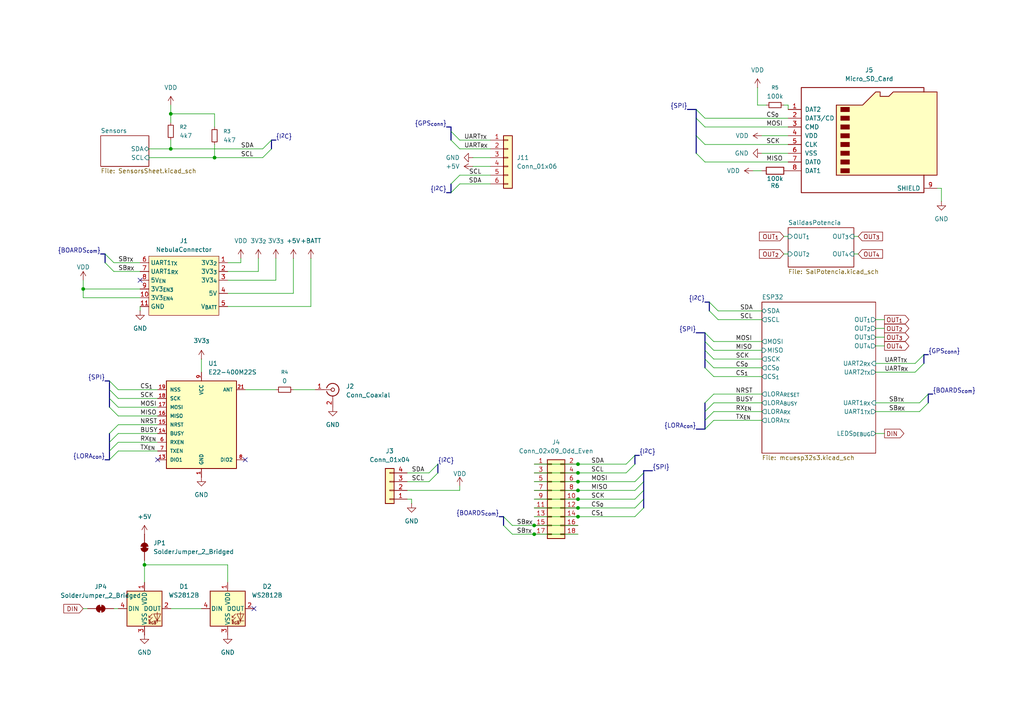
<source format=kicad_sch>
(kicad_sch (version 20250114) (generator "eeschema") (generator_version "9.0")
  (paper "A4")
  (lib_symbols
    (symbol "CompVuelo:E22-400M22S" (pin_names (offset 1.016))
      (property "Reference" "U" (at -10.16 13.97 0))
      (property "Value" "E22-400M22S" (at 1.778 -15.748 0))
      (symbol "E22-400M22S_0_0"
        (rectangle (start -10.16 -12.7) (end 10.16 12.7) (stroke (width 0.254)) (fill (type background)))
        (pin input line (at -12.7 10.16 0) (length 2.54) (name "NSS") (number "19"))
        (pin input line (at -12.7 7.62 0) (length 2.54) (name "SCK") (number "18"))
        (pin bidirectional line (at -12.7 5.08 0) (length 2.54) (name "MOSI") (number "17"))
        (pin bidirectional line (at -12.7 2.54 0) (length 2.54) (name "MISO") (number "16"))
        (pin bidirectional line (at -12.7 0 0) (length 2.54) (name "NRST") (number "15"))
        (pin bidirectional line (at -12.7 -2.54 0) (length 2.54) (name "BUSY") (number "14"))
        (pin input line (at -12.7 -5.08 0) (length 2.54) (name "RXEN") (number "6"))
        (pin bidirectional line (at -12.7 -7.62 0) (length 2.54) (name "TXEN") (number "7"))
        (pin bidirectional line (at -12.7 -10.16 0) (length 2.54) (name "DIO1") (number "13"))
        (pin power_in line (at 0 15.24 270) (length 2.54) (name "VCC") (number "9"))
        (pin power_in line (at 0 -15.24 90) (length 2.54) (name "GND") (number "1"))
        (pin output line (at 12.7 10.16 180) (length 2.54) (name "ANT") (number "21"))
        (pin bidirectional line (at 12.7 -10.16 180) (length 2.54) (name "DIO2") (number "8"))
      )
    )
    (symbol "CompVuelo:GeneralConn"
      (property "Reference" "J" (at -9.652 10.668 0))
      (property "Value" "NebulaConnector" (at -2.032 8.382 0))
      (symbol "GeneralConn_1_1"
        (rectangle (start -10.16 6.985) (end 10.16 -10.16) (fill (type background)))
        (pin bidirectional line (at -12.7 5.08 0) (length 2.54) (name "UART1_{TX}") (number "6"))
        (pin bidirectional line (at -12.7 2.54 0) (length 2.54) (name "UART1_{RX}") (number "7"))
        (pin bidirectional line (at -12.7 0 0) (length 2.54) (name "5V_{EN}") (number "8"))
        (pin bidirectional line (at -12.7 -2.54 0) (length 2.54) (name "3V3_{EN3}") (number "9"))
        (pin bidirectional line (at -12.7 -5.08 0) (length 2.54) (name "3V3_{EN4}") (number "10"))
        (pin passive line (at -12.7 -7.62 0) (length 2.54) (name "GND") (number "11"))
        (pin bidirectional line (at 12.7 5.08 180) (length 2.54) (name "3V3_{2}") (number "1"))
        (pin bidirectional line (at 12.7 2.54 180) (length 2.54) (name "3V3_{3}") (number "2"))
        (pin bidirectional line (at 12.7 0 180) (length 2.54) (name "3V3_{4}") (number "3"))
        (pin bidirectional line (at 12.7 -3.81 180) (length 2.54) (name "5V") (number "4"))
        (pin power_in line (at 12.7 -7.62 180) (length 2.54) (name "V_{BATT}") (number "5"))
      )
    )
    (symbol "Connector:Conn_Coaxial" (pin_names (offset 1.016) (hide yes))
      (property "Reference" "J" (at 0.254 3.048 0))
      (property "Value" "Conn_Coaxial" (at 2.921 0 90))
      (symbol "Conn_Coaxial_0_1"
        (polyline (pts (xy -2.54 0) (xy -0.508 0)))
        (arc (start 1.778 0) (mid 0.222 -1.8079) (end -1.778 -0.508) (stroke (width 0.254)))
        (arc (start -1.778 0.508) (mid 0.2221 1.8084) (end 1.778 0) (stroke (width 0.254)))
        (circle (center 0 0) (radius 0.508) (stroke (width 0.2032)))
        (polyline (pts (xy 0 -2.54) (xy 0 -1.778)))
      )
      (symbol "Conn_Coaxial_1_1"
        (pin passive line (at -5.08 0 0) (length 2.54) (name "In") (number "1"))
        (pin passive line (at 0 -5.08 90) (length 2.54) (name "Ext") (number "2"))
      )
    )
    (symbol "Connector:Micro_SD_Card" (pin_names (offset 1.016))
      (property "Reference" "J" (at -16.51 15.24 0))
      (property "Value" "Micro_SD_Card" (at 16.51 15.24 0))
      (symbol "Micro_SD_Card_0_1"
        (polyline (pts (xy -8.89 -11.43) (xy -8.89 8.89) (xy -1.27 8.89) (xy 2.54 12.7) (xy 3.81 12.7) (xy 3.81 11.43) (xy 6.35 11.43) (xy 7.62 12.7) (xy 20.32 12.7) (xy 20.32 -11.43) (xy -8.89 -11.43)) (stroke (width 0.254)) (fill (type background)))
        (rectangle (start -7.62 8.255) (end -5.08 6.985) (fill (type outline)))
        (rectangle (start -7.62 5.715) (end -5.08 4.445) (fill (type outline)))
        (rectangle (start -7.62 3.175) (end -5.08 1.905) (fill (type outline)))
        (rectangle (start -7.62 0.635) (end -5.08 -0.635) (fill (type outline)))
        (rectangle (start -7.62 -1.905) (end -5.08 -3.175) (fill (type outline)))
        (rectangle (start -7.62 -4.445) (end -5.08 -5.715) (fill (type outline)))
        (rectangle (start -7.62 -6.985) (end -5.08 -8.255) (fill (type outline)))
        (rectangle (start -7.62 -9.525) (end -5.08 -10.795) (fill (type outline)))
        (polyline (pts (xy 16.51 12.7) (xy 16.51 13.97) (xy -19.05 13.97) (xy -19.05 -16.51) (xy 16.51 -16.51) (xy 16.51 -11.43)) (stroke (width 0.254)))
      )
      (symbol "Micro_SD_Card_1_1"
        (pin bidirectional line (at -22.86 7.62 0) (length 3.81) (name "DAT2") (number "1"))
        (pin bidirectional line (at -22.86 5.08 0) (length 3.81) (name "DAT3/CD") (number "2"))
        (pin input line (at -22.86 2.54 0) (length 3.81) (name "CMD") (number "3"))
        (pin power_in line (at -22.86 0 0) (length 3.81) (name "VDD") (number "4"))
        (pin input line (at -22.86 -2.54 0) (length 3.81) (name "CLK") (number "5"))
        (pin power_in line (at -22.86 -5.08 0) (length 3.81) (name "VSS") (number "6"))
        (pin bidirectional line (at -22.86 -7.62 0) (length 3.81) (name "DAT0") (number "7"))
        (pin bidirectional line (at -22.86 -10.16 0) (length 3.81) (name "DAT1") (number "8"))
        (pin passive line (at 20.32 -15.24 180) (length 3.81) (name "SHIELD") (number "9"))
      )
    )
    (symbol "Connector_Generic:Conn_01x04" (pin_names (offset 1.016) (hide yes))
      (property "Reference" "J" (at 0 5.08 0))
      (property "Value" "Conn_01x04" (at 0 -7.62 0))
      (symbol "Conn_01x04_1_1"
        (rectangle (start -1.27 3.81) (end 1.27 -6.35) (stroke (width 0.254)) (fill (type background)))
        (rectangle (start -1.27 2.667) (end 0 2.413) (stroke (width 0.1524)))
        (rectangle (start -1.27 0.127) (end 0 -0.127) (stroke (width 0.1524)))
        (rectangle (start -1.27 -2.413) (end 0 -2.667) (stroke (width 0.1524)))
        (rectangle (start -1.27 -4.953) (end 0 -5.207) (stroke (width 0.1524)))
        (pin passive line (at -5.08 2.54 0) (length 3.81) (name "Pin_1") (number "1"))
        (pin passive line (at -5.08 0 0) (length 3.81) (name "Pin_2") (number "2"))
        (pin passive line (at -5.08 -2.54 0) (length 3.81) (name "Pin_3") (number "3"))
        (pin passive line (at -5.08 -5.08 0) (length 3.81) (name "Pin_4") (number "4"))
      )
    )
    (symbol "Connector_Generic:Conn_01x06" (pin_names (offset 1.016) (hide yes))
      (property "Reference" "J" (at 0 7.62 0))
      (property "Value" "Conn_01x06" (at 0 -10.16 0))
      (symbol "Conn_01x06_1_1"
        (rectangle (start -1.27 6.35) (end 1.27 -8.89) (stroke (width 0.254)) (fill (type background)))
        (rectangle (start -1.27 5.207) (end 0 4.953) (stroke (width 0.1524)))
        (rectangle (start -1.27 2.667) (end 0 2.413) (stroke (width 0.1524)))
        (rectangle (start -1.27 0.127) (end 0 -0.127) (stroke (width 0.1524)))
        (rectangle (start -1.27 -2.413) (end 0 -2.667) (stroke (width 0.1524)))
        (rectangle (start -1.27 -4.953) (end 0 -5.207) (stroke (width 0.1524)))
        (rectangle (start -1.27 -7.493) (end 0 -7.747) (stroke (width 0.1524)))
        (pin passive line (at -5.08 5.08 0) (length 3.81) (name "Pin_1") (number "1"))
        (pin passive line (at -5.08 2.54 0) (length 3.81) (name "Pin_2") (number "2"))
        (pin passive line (at -5.08 0 0) (length 3.81) (name "Pin_3") (number "3"))
        (pin passive line (at -5.08 -2.54 0) (length 3.81) (name "Pin_4") (number "4"))
        (pin passive line (at -5.08 -5.08 0) (length 3.81) (name "Pin_5") (number "5"))
        (pin passive line (at -5.08 -7.62 0) (length 3.81) (name "Pin_6") (number "6"))
      )
    )
    (symbol "Connector_Generic:Conn_02x09_Odd_Even" (pin_names (offset 1.016) (hide yes))
      (property "Reference" "J" (at 1.27 12.7 0))
      (property "Value" "Conn_02x09_Odd_Even" (at 1.27 -12.7 0))
      (symbol "Conn_02x09_Odd_Even_1_1"
        (rectangle (start -1.27 11.43) (end 3.81 -11.43) (stroke (width 0.254)) (fill (type background)))
        (rectangle (start -1.27 10.287) (end 0 10.033) (stroke (width 0.1524)))
        (rectangle (start -1.27 7.747) (end 0 7.493) (stroke (width 0.1524)))
        (rectangle (start -1.27 5.207) (end 0 4.953) (stroke (width 0.1524)))
        (rectangle (start -1.27 2.667) (end 0 2.413) (stroke (width 0.1524)))
        (rectangle (start -1.27 0.127) (end 0 -0.127) (stroke (width 0.1524)))
        (rectangle (start -1.27 -2.413) (end 0 -2.667) (stroke (width 0.1524)))
        (rectangle (start -1.27 -4.953) (end 0 -5.207) (stroke (width 0.1524)))
        (rectangle (start -1.27 -7.493) (end 0 -7.747) (stroke (width 0.1524)))
        (rectangle (start -1.27 -10.033) (end 0 -10.287) (stroke (width 0.1524)))
        (rectangle (start 3.81 10.287) (end 2.54 10.033) (stroke (width 0.1524)))
        (rectangle (start 3.81 7.747) (end 2.54 7.493) (stroke (width 0.1524)))
        (rectangle (start 3.81 5.207) (end 2.54 4.953) (stroke (width 0.1524)))
        (rectangle (start 3.81 2.667) (end 2.54 2.413) (stroke (width 0.1524)))
        (rectangle (start 3.81 0.127) (end 2.54 -0.127) (stroke (width 0.1524)))
        (rectangle (start 3.81 -2.413) (end 2.54 -2.667) (stroke (width 0.1524)))
        (rectangle (start 3.81 -4.953) (end 2.54 -5.207) (stroke (width 0.1524)))
        (rectangle (start 3.81 -7.493) (end 2.54 -7.747) (stroke (width 0.1524)))
        (rectangle (start 3.81 -10.033) (end 2.54 -10.287) (stroke (width 0.1524)))
        (pin passive line (at -5.08 10.16 0) (length 3.81) (name "Pin_1") (number "1"))
        (pin passive line (at -5.08 7.62 0) (length 3.81) (name "Pin_3") (number "3"))
        (pin passive line (at -5.08 5.08 0) (length 3.81) (name "Pin_5") (number "5"))
        (pin passive line (at -5.08 2.54 0) (length 3.81) (name "Pin_7") (number "7"))
        (pin passive line (at -5.08 0 0) (length 3.81) (name "Pin_9") (number "9"))
        (pin passive line (at -5.08 -2.54 0) (length 3.81) (name "Pin_11") (number "11"))
        (pin passive line (at -5.08 -5.08 0) (length 3.81) (name "Pin_13") (number "13"))
        (pin passive line (at -5.08 -7.62 0) (length 3.81) (name "Pin_15") (number "15"))
        (pin passive line (at -5.08 -10.16 0) (length 3.81) (name "Pin_17") (number "17"))
        (pin passive line (at 7.62 10.16 180) (length 3.81) (name "Pin_2") (number "2"))
        (pin passive line (at 7.62 7.62 180) (length 3.81) (name "Pin_4") (number "4"))
        (pin passive line (at 7.62 5.08 180) (length 3.81) (name "Pin_6") (number "6"))
        (pin passive line (at 7.62 2.54 180) (length 3.81) (name "Pin_8") (number "8"))
        (pin passive line (at 7.62 0 180) (length 3.81) (name "Pin_10") (number "10"))
        (pin passive line (at 7.62 -2.54 180) (length 3.81) (name "Pin_12") (number "12"))
        (pin passive line (at 7.62 -5.08 180) (length 3.81) (name "Pin_14") (number "14"))
        (pin passive line (at 7.62 -7.62 180) (length 3.81) (name "Pin_16") (number "16"))
        (pin passive line (at 7.62 -10.16 180) (length 3.81) (name "Pin_18") (number "18"))
      )
    )
    (symbol "Device:R" (pin_numbers (hide yes)) (pin_names (offset 0))
      (property "Reference" "R" (at 2.032 0 90))
      (property "Value" "R" (at 0 0 90))
      (symbol "R_0_1"
        (rectangle (start -1.016 -2.54) (end 1.016 2.54) (stroke (width 0.254)))
      )
      (symbol "R_1_1"
        (pin passive line (at 0 3.81 270) (length 1.27) (name "~") (number "1"))
        (pin passive line (at 0 -3.81 90) (length 1.27) (name "~") (number "2"))
      )
    )
    (symbol "Device:R_Small" (pin_numbers (hide yes)) (pin_names (offset 0.254) (hide yes))
      (property "Reference" "R" (at 0 0 90))
      (property "Value" "R_Small" (at 1.778 0 90))
      (symbol "R_Small_0_1"
        (rectangle (start -0.762 1.778) (end 0.762 -1.778) (stroke (width 0.2032)))
      )
      (symbol "R_Small_1_1"
        (pin passive line (at 0 2.54 270) (length 0.762) (name "~") (number "1"))
        (pin passive line (at 0 -2.54 90) (length 0.762) (name "~") (number "2"))
      )
    )
    (symbol "Jumper:SolderJumper_2_Bridged" (pin_numbers (hide yes)) (pin_names (offset 0) (hide yes)) (in_bom no)
      (property "Reference" "JP" (at 0 2.032 0))
      (property "Value" "SolderJumper_2_Bridged" (at 0 -2.54 0))
      (symbol "SolderJumper_2_Bridged_0_1"
        (rectangle (start -0.508 0.508) (end 0.508 -0.508) (fill (type outline)))
        (polyline (pts (xy -0.254 1.016) (xy -0.254 -1.016)))
        (arc (start -0.254 -1.016) (mid -1.2656 0) (end -0.254 1.016))
        (arc (start -0.254 -1.016) (mid -1.2656 0) (end -0.254 1.016) (fill (type outline)))
        (arc (start 0.254 1.016) (mid 1.2656 0) (end 0.254 -1.016))
        (arc (start 0.254 1.016) (mid 1.2656 0) (end 0.254 -1.016) (fill (type outline)))
        (polyline (pts (xy 0.254 1.016) (xy 0.254 -1.016)))
      )
      (symbol "SolderJumper_2_Bridged_1_1"
        (pin passive line (at -3.81 0 0) (length 2.54) (name "A") (number "1"))
        (pin passive line (at 3.81 0 180) (length 2.54) (name "B") (number "2"))
      )
    )
    (symbol "LED:WS2812B" (pin_names (offset 0.254))
      (property "Reference" "D" (at 5.08 5.715 0))
      (property "Value" "WS2812B" (at 1.27 -5.715 0))
      (symbol "WS2812B_0_0"
        (text "RGB" (at 2.286 -4.191 0) (effects (font (size 0.762 0.762))))
      )
      (symbol "WS2812B_0_1"
        (polyline (pts (xy 1.27 -2.54) (xy 1.778 -2.54)))
        (polyline (pts (xy 1.27 -3.556) (xy 1.778 -3.556)))
        (polyline (pts (xy 2.286 -1.524) (xy 1.27 -2.54) (xy 1.27 -2.032)))
        (polyline (pts (xy 2.286 -2.54) (xy 1.27 -3.556) (xy 1.27 -3.048)))
        (polyline (pts (xy 3.683 -1.016) (xy 3.683 -3.556) (xy 3.683 -4.064)))
        (polyline (pts (xy 4.699 -1.524) (xy 2.667 -1.524) (xy 3.683 -3.556) (xy 4.699 -1.524)))
        (polyline (pts (xy 4.699 -3.556) (xy 2.667 -3.556)))
        (rectangle (start 5.08 5.08) (end -5.08 -5.08) (stroke (width 0.254)) (fill (type background)))
      )
      (symbol "WS2812B_1_1"
        (pin input line (at -7.62 0 0) (length 2.54) (name "DIN") (number "4"))
        (pin power_in line (at 0 7.62 270) (length 2.54) (name "VDD") (number "1"))
        (pin power_in line (at 0 -7.62 90) (length 2.54) (name "VSS") (number "3"))
        (pin output line (at 7.62 0 180) (length 2.54) (name "DOUT") (number "2"))
      )
    )
    (symbol "power:+3.3V" (power) (pin_numbers (hide yes)) (pin_names (offset 0) (hide yes))
      (property "Value" "+3.3V" (at 0 3.556 0))
      (symbol "+3.3V_0_1"
        (polyline (pts (xy -0.762 1.27) (xy 0 2.54)))
        (polyline (pts (xy 0 2.54) (xy 0.762 1.27)))
        (polyline (pts (xy 0 0) (xy 0 2.54)))
      )
      (symbol "+3.3V_1_1"
        (pin power_in line (at 0 0 90) (length 0) (name "~") (number "1"))
      )
    )
    (symbol "power:+5V" (power) (pin_numbers (hide yes)) (pin_names (offset 0) (hide yes))
      (property "Value" "+5V" (at 0 3.556 0))
      (symbol "+5V_0_1"
        (polyline (pts (xy -0.762 1.27) (xy 0 2.54)))
        (polyline (pts (xy 0 2.54) (xy 0.762 1.27)))
        (polyline (pts (xy 0 0) (xy 0 2.54)))
      )
      (symbol "+5V_1_1"
        (pin power_in line (at 0 0 90) (length 0) (name "~") (number "1"))
      )
    )
    (symbol "power:+BATT" (power) (pin_numbers (hide yes)) (pin_names (offset 0) (hide yes))
      (property "Value" "+BATT" (at 0 3.556 0))
      (symbol "+BATT_0_1"
        (polyline (pts (xy -0.762 1.27) (xy 0 2.54)))
        (polyline (pts (xy 0 2.54) (xy 0.762 1.27)))
        (polyline (pts (xy 0 0) (xy 0 2.54)))
      )
      (symbol "+BATT_1_1"
        (pin power_in line (at 0 0 90) (length 0) (name "~") (number "1"))
      )
    )
    (symbol "power:GND" (power) (pin_numbers (hide yes)) (pin_names (offset 0) (hide yes))
      (property "Value" "GND" (at 0 -3.81 0))
      (symbol "GND_0_1"
        (polyline (pts (xy 0 0) (xy 0 -1.27) (xy 1.27 -1.27) (xy 0 -2.54) (xy -1.27 -1.27) (xy 0 -1.27)))
      )
      (symbol "GND_1_1"
        (pin power_in line (at 0 0 270) (length 0) (name "~") (number "1"))
      )
    )
    (symbol "power:VDD" (power) (pin_numbers (hide yes)) (pin_names (offset 0) (hide yes))
      (property "Value" "VDD" (at 0 3.556 0))
      (symbol "VDD_0_1"
        (polyline (pts (xy -0.762 1.27) (xy 0 2.54)))
        (polyline (pts (xy 0 2.54) (xy 0.762 1.27)))
        (polyline (pts (xy 0 0) (xy 0 2.54)))
      )
      (symbol "VDD_1_1"
        (pin power_in line (at 0 0 90) (length 0) (name "~") (number "1"))
      )
    )
  )
  (bus_alias "BOARDS_{com}" (members "SB_{RX}" "SB_{TX}"))
  (bus_alias "GPS_{conn}" (members "UART_{RX}" "UART_{TX}"))
  (bus_alias "I^{2}C" (members "SDA" "SCL"))
  (bus_alias "LORA_{con}" (members "TX_{EN}" "RX_{EN}" "NRST" "BUSY"))
  (bus_alias "SPI" (members "MOSI" "MISO" "SCK" "CS_{0}" "CS_{1}"))
  (junction (at 167.64 144.78))
  (junction (at 167.64 149.86))
  (junction (at 167.64 139.7))
  (junction (at 167.64 142.24))
  (junction (at 49.53 43.18))
  (junction (at 167.64 134.62))
  (junction (at 24.13 83.82))
  (junction (at 62.23 45.72))
  (junction (at 167.64 137.16))
  (junction (at 49.53 33.02))
  (junction (at 167.64 147.32))
  (junction (at 154.94 154.94))
  (junction (at 154.94 152.4))
  (junction (at 41.91 163.83))
  (no_connect (at 71.12 133.35))
  (no_connect (at 73.66 176.53))
  (no_connect (at 45.72 133.35))
  (no_connect (at 40.64 81.28))
  (bus_entry (at 186.69 139.7) (size -2.54 2.54))
  (bus_entry (at 186.69 137.16) (size -2.54 2.54))
  (bus_entry (at 30.48 73.66) (size 2.54 2.54))
  (bus_entry (at 201.93 39.37) (size 2.54 2.54))
  (bus_entry (at 186.69 147.32) (size -2.54 2.54))
  (bus_entry (at 269.24 114.3) (size -2.54 2.54))
  (bus_entry (at 78.74 40.64) (size -2.54 2.54))
  (bus_entry (at 31.75 130.81) (size 2.54 -2.54))
  (bus_entry (at 31.75 115.57) (size 2.54 2.54))
  (bus_entry (at 204.47 124.46) (size 2.54 -2.54))
  (bus_entry (at 31.75 113.03) (size 2.54 2.54))
  (bus_entry (at 146.05 149.86) (size 2.54 2.54))
  (bus_entry (at 201.93 31.75) (size 2.54 2.54))
  (bus_entry (at 31.75 133.35) (size 2.54 -2.54))
  (bus_entry (at 267.97 102.87) (size -2.54 2.54))
  (bus_entry (at 146.05 152.4) (size 2.54 2.54))
  (bus_entry (at 184.15 134.62) (size -2.54 2.54))
  (bus_entry (at 204.47 119.38) (size 2.54 -2.54))
  (bus_entry (at 31.75 128.27) (size 2.54 -2.54))
  (bus_entry (at 184.15 132.08) (size -2.54 2.54))
  (bus_entry (at 30.48 76.2) (size 2.54 2.54))
  (bus_entry (at 204.47 99.06) (size 2.54 2.54))
  (bus_entry (at 186.69 142.24) (size -2.54 2.54))
  (bus_entry (at 31.75 110.49) (size 2.54 2.54))
  (bus_entry (at 204.47 96.52) (size 2.54 2.54))
  (bus_entry (at 267.97 105.41) (size -2.54 2.54))
  (bus_entry (at 204.47 104.14) (size 2.54 2.54))
  (bus_entry (at 205.74 90.17) (size 2.54 2.54))
  (bus_entry (at 204.47 101.6) (size 2.54 2.54))
  (bus_entry (at 130.81 40.64) (size 2.54 2.54))
  (bus_entry (at 130.81 38.1) (size 2.54 2.54))
  (bus_entry (at 204.47 121.92) (size 2.54 -2.54))
  (bus_entry (at 186.69 144.78) (size -2.54 2.54))
  (bus_entry (at 31.75 125.73) (size 2.54 -2.54))
  (bus_entry (at 205.74 87.63) (size 2.54 2.54))
  (bus_entry (at 130.81 55.88) (size 2.54 -2.54))
  (bus_entry (at 201.93 34.29) (size 2.54 2.54))
  (bus_entry (at 31.75 118.11) (size 2.54 2.54))
  (bus_entry (at 201.93 44.45) (size 2.54 2.54))
  (bus_entry (at 127 137.16) (size -2.54 2.54))
  (bus_entry (at 130.81 53.34) (size 2.54 -2.54))
  (bus_entry (at 204.47 106.68) (size 2.54 2.54))
  (bus_entry (at 204.47 116.84) (size 2.54 -2.54))
  (bus_entry (at 127 134.62) (size -2.54 2.54))
  (bus_entry (at 269.24 116.84) (size -2.54 2.54))
  (bus_entry (at 78.74 43.18) (size -2.54 2.54))
  (wire (pts (xy 62.23 45.72) (xy 76.2 45.72)))
  (wire (pts (xy 167.64 144.78) (xy 184.15 144.78)))
  (wire (pts (xy 133.35 43.18) (xy 142.24 43.18)))
  (wire (pts (xy 148.59 152.4) (xy 154.94 152.4)))
  (wire (pts (xy 34.29 123.19) (xy 45.72 123.19)))
  (wire (pts (xy 118.11 137.16) (xy 124.46 137.16)))
  (bus (pts (xy 269.24 114.3) (xy 270.51 114.3)))
  (bus (pts (xy 30.48 73.66) (xy 29.21 73.66)))
  (bus (pts (xy 78.74 40.64) (xy 78.74 43.18)))
  (wire (pts (xy 256.54 125.73) (xy 254 125.73)))
  (bus (pts (xy 205.74 87.63) (xy 205.74 90.17)))
  (wire (pts (xy 34.29 113.03) (xy 45.72 113.03)))
  (wire (pts (xy 154.94 142.24) (xy 167.64 142.24)))
  (wire (pts (xy 154.94 134.62) (xy 167.64 134.62)))
  (wire (pts (xy 218.44 49.53) (xy 220.98 49.53)))
  (wire (pts (xy 49.53 43.18) (xy 76.2 43.18)))
  (wire (pts (xy 49.53 30.48) (xy 49.53 33.02)))
  (wire (pts (xy 167.64 139.7) (xy 184.15 139.7)))
  (wire (pts (xy 49.53 33.02) (xy 49.53 35.56)))
  (wire (pts (xy 49.53 43.18) (xy 49.53 40.64)))
  (bus (pts (xy 186.69 137.16) (xy 186.69 139.7)))
  (wire (pts (xy 220.98 39.37) (xy 228.6 39.37)))
  (bus (pts (xy 130.81 36.83) (xy 130.81 38.1)))
  (wire (pts (xy 90.17 88.9) (xy 66.04 88.9)))
  (wire (pts (xy 69.85 74.93) (xy 69.85 76.2)))
  (bus (pts (xy 186.69 136.525) (xy 186.69 137.16)))
  (bus (pts (xy 204.47 101.6) (xy 204.47 104.14)))
  (wire (pts (xy 24.13 86.36) (xy 24.13 83.82)))
  (wire (pts (xy 69.85 76.2) (xy 66.04 76.2)))
  (wire (pts (xy 207.01 114.3) (xy 220.98 114.3)))
  (wire (pts (xy 66.04 163.83) (xy 41.91 163.83)))
  (bus (pts (xy 204.47 96.52) (xy 204.47 99.06)))
  (wire (pts (xy 207.01 99.06) (xy 220.98 99.06)))
  (wire (pts (xy 85.09 85.09) (xy 66.04 85.09)))
  (wire (pts (xy 256.54 92.71) (xy 254 92.71)))
  (wire (pts (xy 154.94 147.32) (xy 167.64 147.32)))
  (bus (pts (xy 146.05 149.86) (xy 146.05 152.4)))
  (wire (pts (xy 34.29 130.81) (xy 45.72 130.81)))
  (wire (pts (xy 90.17 74.93) (xy 90.17 88.9)))
  (wire (pts (xy 85.09 113.03) (xy 91.44 113.03)))
  (wire (pts (xy 167.64 147.32) (xy 184.15 147.32)))
  (wire (pts (xy 80.01 74.93) (xy 80.01 81.28)))
  (wire (pts (xy 24.13 81.28) (xy 24.13 83.82)))
  (bus (pts (xy 184.15 132.08) (xy 184.15 134.62)))
  (bus (pts (xy 80.01 40.64) (xy 78.74 40.64)))
  (wire (pts (xy 133.35 53.34) (xy 142.24 53.34)))
  (bus (pts (xy 30.48 110.49) (xy 31.75 110.49)))
  (wire (pts (xy 254 105.41) (xy 265.43 105.41)))
  (wire (pts (xy 24.13 83.82) (xy 40.64 83.82)))
  (wire (pts (xy 207.01 106.68) (xy 220.98 106.68)))
  (wire (pts (xy 154.94 139.7) (xy 167.64 139.7)))
  (wire (pts (xy 154.94 144.78) (xy 167.64 144.78)))
  (wire (pts (xy 33.02 176.53) (xy 34.29 176.53)))
  (wire (pts (xy 62.23 45.72) (xy 62.23 41.91)))
  (wire (pts (xy 227.33 68.58) (xy 228.6 68.58)))
  (wire (pts (xy 248.92 68.58) (xy 247.65 68.58)))
  (bus (pts (xy 204.47 104.14) (xy 204.47 106.68)))
  (bus (pts (xy 199.39 31.75) (xy 201.93 31.75)))
  (wire (pts (xy 219.71 30.48) (xy 222.25 30.48)))
  (wire (pts (xy 204.47 34.29) (xy 228.6 34.29)))
  (wire (pts (xy 167.64 149.86) (xy 184.15 149.86)))
  (wire (pts (xy 137.16 45.72) (xy 142.24 45.72)))
  (wire (pts (xy 254 107.95) (xy 265.43 107.95)))
  (wire (pts (xy 273.05 58.42) (xy 273.05 54.61)))
  (wire (pts (xy 74.93 78.74) (xy 74.93 74.93)))
  (bus (pts (xy 186.69 144.78) (xy 186.69 147.32)))
  (wire (pts (xy 254 116.84) (xy 266.7 116.84)))
  (wire (pts (xy 133.35 40.64) (xy 142.24 40.64)))
  (bus (pts (xy 130.81 38.1) (xy 130.81 40.64)))
  (bus (pts (xy 204.47 121.92) (xy 204.47 124.46)))
  (bus (pts (xy 201.93 96.52) (xy 204.47 96.52)))
  (wire (pts (xy 254 119.38) (xy 266.7 119.38)))
  (wire (pts (xy 43.18 45.72) (xy 62.23 45.72)))
  (wire (pts (xy 254 100.33) (xy 256.54 100.33)))
  (wire (pts (xy 118.11 139.7) (xy 124.46 139.7)))
  (bus (pts (xy 146.05 149.86) (xy 144.78 149.86)))
  (bus (pts (xy 129.54 36.83) (xy 130.81 36.83)))
  (wire (pts (xy 207.01 101.6) (xy 220.98 101.6)))
  (wire (pts (xy 273.05 54.61) (xy 271.78 54.61)))
  (bus (pts (xy 31.75 113.03) (xy 31.75 115.57)))
  (bus (pts (xy 201.93 124.46) (xy 204.47 124.46)))
  (wire (pts (xy 227.33 30.48) (xy 228.6 30.48)))
  (wire (pts (xy 208.28 92.71) (xy 220.98 92.71)))
  (wire (pts (xy 167.64 137.16) (xy 181.61 137.16)))
  (bus (pts (xy 185.42 132.08) (xy 184.15 132.08)))
  (wire (pts (xy 40.64 90.17) (xy 40.64 88.9)))
  (bus (pts (xy 127 134.62) (xy 127 137.16)))
  (wire (pts (xy 43.18 43.18) (xy 49.53 43.18)))
  (wire (pts (xy 207.01 109.22) (xy 220.98 109.22)))
  (wire (pts (xy 207.01 119.38) (xy 220.98 119.38)))
  (bus (pts (xy 30.48 73.66) (xy 30.48 76.2)))
  (bus (pts (xy 189.23 136.525) (xy 186.69 136.525)))
  (wire (pts (xy 219.71 25.4) (xy 219.71 30.48)))
  (wire (pts (xy 204.47 41.91) (xy 228.6 41.91)))
  (bus (pts (xy 31.75 115.57) (xy 31.75 118.11)))
  (wire (pts (xy 33.02 76.2) (xy 40.64 76.2)))
  (wire (pts (xy 207.01 116.84) (xy 220.98 116.84)))
  (bus (pts (xy 31.75 125.73) (xy 31.75 128.27)))
  (wire (pts (xy 34.29 115.57) (xy 45.72 115.57)))
  (bus (pts (xy 186.69 139.7) (xy 186.69 142.24)))
  (wire (pts (xy 41.91 163.83) (xy 41.91 168.91)))
  (wire (pts (xy 66.04 168.91) (xy 66.04 163.83)))
  (wire (pts (xy 167.64 134.62) (xy 181.61 134.62)))
  (bus (pts (xy 186.69 142.24) (xy 186.69 144.78)))
  (wire (pts (xy 119.38 144.78) (xy 118.11 144.78)))
  (wire (pts (xy 71.12 113.03) (xy 80.01 113.03)))
  (bus (pts (xy 267.97 102.87) (xy 269.24 102.87)))
  (wire (pts (xy 133.35 142.24) (xy 118.11 142.24)))
  (bus (pts (xy 31.75 110.49) (xy 31.75 113.03)))
  (wire (pts (xy 167.64 142.24) (xy 184.15 142.24)))
  (wire (pts (xy 34.29 118.11) (xy 45.72 118.11)))
  (bus (pts (xy 269.24 114.3) (xy 269.24 116.84)))
  (wire (pts (xy 204.47 36.83) (xy 228.6 36.83)))
  (wire (pts (xy 133.35 50.8) (xy 142.24 50.8)))
  (wire (pts (xy 137.16 48.26) (xy 142.24 48.26)))
  (bus (pts (xy 267.97 102.87) (xy 267.97 105.41)))
  (wire (pts (xy 148.59 154.94) (xy 154.94 154.94)))
  (bus (pts (xy 204.47 116.84) (xy 204.47 119.38)))
  (wire (pts (xy 24.13 176.53) (xy 25.4 176.53)))
  (bus (pts (xy 130.81 55.88) (xy 130.81 53.34)))
  (bus (pts (xy 201.93 31.75) (xy 201.93 34.29)))
  (wire (pts (xy 248.92 73.66) (xy 247.65 73.66)))
  (bus (pts (xy 204.47 99.06) (xy 204.47 101.6)))
  (wire (pts (xy 40.64 86.36) (xy 24.13 86.36)))
  (wire (pts (xy 220.98 44.45) (xy 228.6 44.45)))
  (wire (pts (xy 154.94 154.94) (xy 167.64 154.94)))
  (wire (pts (xy 208.28 90.17) (xy 220.98 90.17)))
  (wire (pts (xy 62.23 33.02) (xy 62.23 36.83)))
  (bus (pts (xy 204.47 119.38) (xy 204.47 121.92)))
  (wire (pts (xy 85.09 74.93) (xy 85.09 85.09)))
  (wire (pts (xy 49.53 176.53) (xy 58.42 176.53)))
  (wire (pts (xy 34.29 125.73) (xy 45.72 125.73)))
  (wire (pts (xy 254 95.25) (xy 256.54 95.25)))
  (wire (pts (xy 154.94 137.16) (xy 167.64 137.16)))
  (bus (pts (xy 31.75 130.81) (xy 31.75 133.35)))
  (wire (pts (xy 34.29 128.27) (xy 45.72 128.27)))
  (wire (pts (xy 254 97.79) (xy 256.54 97.79)))
  (wire (pts (xy 34.29 120.65) (xy 45.72 120.65)))
  (wire (pts (xy 154.94 149.86) (xy 167.64 149.86)))
  (bus (pts (xy 30.48 133.35) (xy 31.75 133.35)))
  (wire (pts (xy 204.47 46.99) (xy 228.6 46.99)))
  (wire (pts (xy 207.01 121.92) (xy 220.98 121.92)))
  (bus (pts (xy 31.75 128.27) (xy 31.75 130.81)))
  (bus (pts (xy 129.54 55.88) (xy 130.81 55.88)))
  (wire (pts (xy 33.02 78.74) (xy 40.64 78.74)))
  (wire (pts (xy 154.94 152.4) (xy 167.64 152.4)))
  (wire (pts (xy 227.33 73.66) (xy 228.6 73.66)))
  (wire (pts (xy 66.04 78.74) (xy 74.93 78.74)))
  (wire (pts (xy 133.35 142.24) (xy 133.35 140.97)))
  (wire (pts (xy 58.42 104.14) (xy 58.42 107.95)))
  (wire (pts (xy 228.6 30.48) (xy 228.6 31.75)))
  (wire (pts (xy 119.38 144.78) (xy 119.38 146.05)))
  (wire (pts (xy 207.01 104.14) (xy 220.98 104.14)))
  (bus (pts (xy 201.93 39.37) (xy 201.93 44.45)))
  (bus (pts (xy 201.93 34.29) (xy 201.93 39.37)))
  (bus (pts (xy 204.47 87.63) (xy 205.74 87.63)))
  (wire (pts (xy 41.91 162.56) (xy 41.91 163.83)))
  (wire (pts (xy 80.01 81.28) (xy 66.04 81.28)))
  (wire (pts (xy 49.53 33.02) (xy 62.23 33.02)))
  (label "NRST" (at 213.36 114.3 0))
  (label "CS_{1}" (at 171.45 149.86 0))
  (label "UART_{TX}" (at 134.62 40.64 0))
  (label "{I^{2}C}" (at 129.54 55.88 180))
  (label "CS_{0}" (at 222.25 34.29 0))
  (label "SDA" (at 69.85 43.18 0))
  (label "UART_{RX}" (at 134.62 43.18 0))
  (label "{BOARDS_{com}}" (at 270.51 114.3 0))
  (label "SB_{TX}" (at 149.86 154.94 0))
  (label "BUSY" (at 40.64 125.73 0))
  (label "UART_{TX}" (at 256.54 105.41 0))
  (label "MOSI" (at 213.36 99.06 0))
  (label "MISO" (at 213.36 101.6 0))
  (label "{I^{2}C}" (at 127 134.62 0))
  (label "SB_{TX}" (at 34.29 76.2 0))
  (label "{SPI}" (at 30.48 110.49 180))
  (label "SDA" (at 171.45 134.62 0))
  (label "{SPI}" (at 189.23 136.525 0))
  (label "TX_{EN}" (at 213.36 121.92 0))
  (label "SCL" (at 214.63 92.71 0))
  (label "{BOARDS_{com}}" (at 29.21 73.66 180))
  (label "{I^{2}C}" (at 80.01 40.64 0))
  (label "MISO" (at 171.45 142.24 0))
  (label "{BOARDS_{com}}" (at 144.78 149.86 180))
  (label "UART_{RX}" (at 256.54 107.95 0))
  (label "SB_{RX}" (at 149.86 152.4 0))
  (label "SB_{TX}" (at 257.81 116.84 0))
  (label "{LORA_{con}}" (at 201.93 124.46 180))
  (label "SCK" (at 213.36 104.14 0))
  (label "SCL" (at 171.45 137.16 0))
  (label "CS_{1}" (at 40.64 113.03 0))
  (label "BUSY" (at 213.36 116.84 0))
  (label "{I^{2}C}" (at 204.47 87.63 180))
  (label "MOSI" (at 40.64 118.11 0))
  (label "SDA" (at 139.7 53.34 180))
  (label "MISO" (at 222.25 46.99 0))
  (label "{GPS_{conn}}" (at 129.54 36.83 180))
  (label "SDA" (at 214.63 90.17 0))
  (label "{SPI}" (at 201.93 96.52 180))
  (label "{GPS_{conn}}" (at 269.24 102.87 0))
  (label "SCK" (at 222.25 41.91 0))
  (label "TX_{EN}" (at 40.64 130.81 0))
  (label "SCL" (at 119.38 139.7 0))
  (label "CS_{0}" (at 213.36 106.68 0))
  (label "SDA" (at 119.38 137.16 0))
  (label "CS_{0}" (at 171.45 147.32 0))
  (label "{LORA_{con}}" (at 30.48 133.35 180))
  (label "{SPI}" (at 199.39 31.75 180))
  (label "MOSI" (at 171.45 139.7 0))
  (label "RX_{EN}" (at 40.64 128.27 0))
  (label "SCL" (at 139.7 50.8 180))
  (label "MISO" (at 40.64 120.65 0))
  (label "SCL" (at 69.85 45.72 0))
  (label "{I^{2}C}" (at 185.42 132.08 0))
  (label "MOSI" (at 222.25 36.83 0))
  (label "SCK" (at 171.45 144.78 0))
  (label "RX_{EN}" (at 213.36 119.38 0))
  (label "CS_{1}" (at 213.36 109.22 0))
  (label "NRST" (at 40.64 123.19 0))
  (label "SB_{RX}" (at 257.81 119.38 0))
  (label "SCK" (at 40.64 115.57 0))
  (label "SB_{RX}" (at 34.29 78.74 0))
  (global_label "OUT_{2}" (shape input) (at 227.33 73.66 180) (effects (font (thickness 0.1588))) (property "Intersheetrefs" "${INTERSHEET_REFS}" (effects (hide yes))))
  (global_label "OUT_{3}" (shape input) (at 248.92 68.58 0) (effects (font (thickness 0.1588))) (property "Intersheetrefs" "${INTERSHEET_REFS}" (effects (hide yes))))
  (global_label "OUT_{1}" (shape input) (at 227.33 68.58 180) (effects (font (thickness 0.1588))) (property "Intersheetrefs" "${INTERSHEET_REFS}" (effects (hide yes))))
  (global_label "DIN" (shape output) (at 256.54 125.73 0) (property "Intersheetrefs" "${INTERSHEET_REFS}" (effects (hide yes))))
  (global_label "OUT_{3}" (shape output) (at 256.54 97.79 0) (effects (font (thickness 0.1588))) (property "Intersheetrefs" "${INTERSHEET_REFS}" (effects (hide yes))))
  (global_label "OUT_{4}" (shape output) (at 256.54 100.33 0) (effects (font (thickness 0.1588))) (property "Intersheetrefs" "${INTERSHEET_REFS}" (effects (hide yes))))
  (global_label "DIN" (shape input) (at 24.13 176.53 180) (property "Intersheetrefs" "${INTERSHEET_REFS}" (effects (hide yes))))
  (global_label "OUT_{4}" (shape input) (at 248.92 73.66 0) (effects (font (thickness 0.1588))) (property "Intersheetrefs" "${INTERSHEET_REFS}" (effects (hide yes))))
  (global_label "OUT_{1}" (shape output) (at 256.54 92.71 0) (effects (font (thickness 0.1588))) (property "Intersheetrefs" "${INTERSHEET_REFS}" (effects (hide yes))))
  (global_label "OUT_{2}" (shape output) (at 256.54 95.25 0) (effects (font (thickness 0.1588))) (property "Intersheetrefs" "${INTERSHEET_REFS}" (effects (hide yes))))
  (symbol (lib_id "power:+BATT") (at 90.17 74.93 0) (unit 1)
    (property "Reference" "#PWR013" (effects (hide yes)))
    (property "Value" "+BATT" (at 90.17 69.85 0))
    (property "Description" "Power symbol creates a global label with name \"+BATT\"" (effects (hide yes)))
  )
  (symbol (lib_id "power:VDD") (at 220.98 39.37 90) (unit 1)
    (property "Reference" "#PWR020" (effects (hide yes)))
    (property "Value" "VDD" (at 217.17 39.3699 90) (effects (justify left)))
    (property "Description" "Power symbol creates a global label with name \"VDD\"" (effects (hide yes)))
  )
  (symbol (lib_id "power:GND") (at 119.38 146.05 0) (unit 1)
    (property "Reference" "#PWR015" (effects (hide yes)))
    (property "Value" "GND" (at 119.38 151.13 0))
    (property "Description" "Power symbol creates a global label with name \"GND\" , ground" (effects (hide yes)))
  )
  (symbol (lib_id "power:+5V") (at 41.91 154.94 0) (unit 1)
    (property "Reference" "#PWR03" (effects (hide yes)))
    (property "Value" "+5V" (at 41.91 149.86 0))
    (property "Description" "Power symbol creates a global label with name \"+5V\"" (effects (hide yes)))
  )
  (symbol (lib_id "power:VDD") (at 218.44 49.53 90) (unit 1)
    (property "Reference" "#PWR018" (effects (hide yes)))
    (property "Value" "VDD" (at 214.63 49.5299 90) (effects (justify left)))
    (property "Description" "Power symbol creates a global label with name \"VDD\"" (effects (hide yes)))
  )
  (symbol (lib_id "CompVuelo:GeneralConn") (at 53.34 81.28 0) (unit 1)
    (property "Reference" "J1" (at 53.34 69.85 0))
    (property "Value" "NebulaConnector" (at 53.34 72.39 0))
    (property "Footprint" "CompVuelo:GeneralConn" (effects (hide yes)))
    (property "Description" "GeneralConnector for CompVueloNebula" (effects (hide yes)))
  )
  (symbol (lib_id "power:GND") (at 96.52 118.11 0) (unit 1)
    (property "Reference" "#PWR014" (effects (hide yes)))
    (property "Value" "GND" (at 96.52 123.19 0))
    (property "Description" "Power symbol creates a global label with name \"GND\" , ground" (effects (hide yes)))
  )
  (symbol (lib_id "power:GND") (at 58.42 138.43 0) (unit 1)
    (property "Reference" "#PWR07" (effects (hide yes)))
    (property "Value" "GND" (at 58.42 143.51 0))
    (property "Description" "Power symbol creates a global label with name \"GND\" , ground" (effects (hide yes)))
  )
  (symbol (lib_id "power:GND") (at 40.64 90.17 0) (unit 1)
    (property "Reference" "#PWR02" (effects (hide yes)))
    (property "Value" "GND" (at 40.64 95.25 0))
    (property "Description" "Power symbol creates a global label with name \"GND\" , ground" (effects (hide yes)))
  )
  (symbol (lib_id "Jumper:SolderJumper_2_Bridged") (at 41.91 158.75 90) (unit 1) (in_bom no)
    (property "Reference" "JP1" (at 44.45 157.4799 90) (effects (justify right)))
    (property "Value" "SolderJumper_2_Bridged" (at 44.45 160.0199 90) (effects (justify right)))
    (property "Footprint" "Jumper:SolderJumper-2_P1.3mm_Bridged2Bar_RoundedPad1.0x1.5mm" (effects (hide yes)))
    (property "Description" "Solder Jumper, 2-pole, closed/bridged" (effects (hide yes)))
  )
  (symbol (lib_id "power:+5V") (at 137.16 48.26 90) (unit 1)
    (property "Reference" "#PWR045" (effects (hide yes)))
    (property "Value" "+5V" (at 133.35 48.2599 90) (effects (justify left)))
    (property "Description" "Power symbol creates a global label with name \"+5V\"" (effects (hide yes)))
  )
  (symbol (lib_id "Connector_Generic:Conn_01x06") (at 147.32 45.72 0) (unit 1)
    (property "Reference" "J11" (at 149.86 45.7199 0) (effects (justify left)))
    (property "Value" "Conn_01x06" (at 149.86 48.2599 0) (effects (justify left)))
    (property "Footprint" "Connector_JST:JST_SH_BM06B-SRSS-TB_1x06-1MP_P1.00mm_Vertical" (effects (hide yes)))
    (property "Description" "Generic connector, single row, 01x06, script generated (kicad-library-utils/schlib/autogen/connector/)" (effects (hide yes)))
  )
  (symbol (lib_id "CompVuelo:E22-400M22S") (at 58.42 123.19 0) (unit 1)
    (property "Reference" "U1" (at 60.3886 105.41 0) (effects (justify left)))
    (property "Value" "E22-400M22S" (at 60.3886 107.95 0) (effects (justify left)))
    (property "Footprint" "CompVuelo:E22-400M22S" (effects (hide yes)))
    (property "Datasheet" "https://www.cdebyte.com/pdf-down.aspx?id=3511" (effects (hide yes)))
    (property "Description" "The E22-400M22S is based on the SX1268, a new generation of LoRaTM RF chip manufactured by Semtech, USA. It is an ultra-small and self-developed 433MHz, 470MHz SMD LoRaTM wireless module. Because it adopted the original SX1268 as main core, so the anti- interference performance and communication distance have been further improved compared to the previous generation LoRaTM transceiver." (effects (hide yes)))
  )
  (symbol (lib_id "Device:R_Small") (at 62.23 39.37 0) (unit 1)
    (property "Reference" "R3" (at 64.77 38.0999 0) (effects (font (size 1.016 1.016)) (justify left)))
    (property "Value" "4k7" (at 64.77 40.6399 0) (effects (justify left)))
    (property "Footprint" "Resistor_SMD:R_0805_2012Metric_Pad1.20x1.40mm_HandSolder" (effects (hide yes)))
    (property "Description" "Resistor, small symbol" (effects (hide yes)))
  )
  (symbol (lib_id "power:GND") (at 273.05 58.42 0) (unit 1)
    (property "Reference" "#PWR022" (effects (hide yes)))
    (property "Value" "GND" (at 273.05 63.5 0))
    (property "Description" "Power symbol creates a global label with name \"GND\" , ground" (effects (hide yes)))
  )
  (symbol (lib_id "power:GND") (at 41.91 184.15 0) (unit 1)
    (property "Reference" "#PWR04" (effects (hide yes)))
    (property "Value" "GND" (at 41.91 189.23 0))
    (property "Description" "Power symbol creates a global label with name \"GND\" , ground" (effects (hide yes)))
  )
  (symbol (lib_id "power:+5V") (at 85.09 74.93 0) (unit 1)
    (property "Reference" "#PWR012" (effects (hide yes)))
    (property "Value" "+5V" (at 85.09 69.85 0))
    (property "Description" "Power symbol creates a global label with name \"+5V\"" (effects (hide yes)))
  )
  (symbol (lib_id "LED:WS2812B") (at 66.04 176.53 0) (unit 1)
    (property "Reference" "D2" (at 77.47 170.1098 0))
    (property "Value" "WS2812B" (at 77.47 172.6498 0))
    (property "Footprint" "LED_SMD:LED_WS2812B_PLCC4_5.0x5.0mm_P3.2mm" (effects (hide yes)))
    (property "Datasheet" "https://cdn-shop.adafruit.com/datasheets/WS2812B.pdf" (effects (hide yes)))
    (property "Description" "RGB LED with integrated controller" (effects (hide yes)))
  )
  (symbol (lib_id "LED:WS2812B") (at 41.91 176.53 0) (unit 1)
    (property "Reference" "D1" (at 53.34 170.1098 0))
    (property "Value" "WS2812B" (at 53.34 172.6498 0))
    (property "Footprint" "LED_SMD:LED_WS2812B_PLCC4_5.0x5.0mm_P3.2mm" (effects (hide yes)))
    (property "Datasheet" "https://cdn-shop.adafruit.com/datasheets/WS2812B.pdf" (effects (hide yes)))
    (property "Description" "RGB LED with integrated controller" (effects (hide yes)))
  )
  (symbol (lib_id "power:GND") (at 66.04 184.15 0) (unit 1)
    (property "Reference" "#PWR08" (effects (hide yes)))
    (property "Value" "GND" (at 66.04 189.23 0))
    (property "Description" "Power symbol creates a global label with name \"GND\" , ground" (effects (hide yes)))
  )
  (symbol (lib_id "Device:R_Small") (at 224.79 30.48 90) (unit 1)
    (property "Reference" "R5" (at 224.79 25.4 90) (effects (font (size 1.016 1.016))))
    (property "Value" "100k" (at 224.79 27.94 90))
    (property "Footprint" "Resistor_SMD:R_0805_2012Metric_Pad1.20x1.40mm_HandSolder" (effects (hide yes)))
    (property "Description" "Resistor, small symbol" (effects (hide yes)))
  )
  (symbol (lib_id "power:+3.3V") (at 74.93 74.93 0) (unit 1)
    (property "Reference" "#PWR010" (effects (hide yes)))
    (property "Value" "3V3_{2}" (at 74.93 69.85 0))
    (property "Description" "Power symbol creates a global label with name \"+3.3V\"" (effects (hide yes)))
  )
  (symbol (lib_id "power:VDD") (at 133.35 140.97 0) (unit 1)
    (property "Reference" "#PWR016" (effects (hide yes)))
    (property "Value" "VDD" (at 133.35 137.414 0))
    (property "Description" "Power symbol creates a global label with name \"VDD\"" (effects (hide yes)))
  )
  (symbol (lib_id "Device:R_Small") (at 49.53 38.1 0) (unit 1)
    (property "Reference" "R2" (at 52.07 36.8299 0) (effects (font (size 1.016 1.016)) (justify left)))
    (property "Value" "4k7" (at 52.07 39.3699 0) (effects (justify left)))
    (property "Footprint" "Resistor_SMD:R_0805_2012Metric_Pad1.20x1.40mm_HandSolder" (effects (hide yes)))
    (property "Description" "Resistor, small symbol" (effects (hide yes)))
  )
  (symbol (lib_id "Connector_Generic:Conn_01x04") (at 113.03 142.24 180) (unit 1)
    (property "Reference" "J3" (at 113.03 130.81 0))
    (property "Value" "Conn_01x04" (at 113.03 133.35 0))
    (property "Footprint" "Connector_PinHeader_2.54mm:PinHeader_1x04_P2.54mm_Vertical" (effects (hide yes)))
    (property "Description" "Generic connector, single row, 01x04, script generated (kicad-library-utils/schlib/autogen/connector/)" (effects (hide yes)))
  )
  (symbol (lib_id "Device:R") (at 224.79 49.53 90) (unit 1)
    (property "Reference" "R6" (at 224.79 53.848 90))
    (property "Value" "100k" (at 224.79 51.816 90))
    (property "Footprint" "Resistor_SMD:R_0805_2012Metric_Pad1.20x1.40mm_HandSolder" (effects (hide yes)))
    (property "Description" "Resistor" (effects (hide yes)))
  )
  (symbol (lib_id "power:VDD") (at 219.71 25.4 0) (unit 1)
    (property "Reference" "#PWR019" (effects (hide yes)))
    (property "Value" "VDD" (at 219.71 20.32 0))
    (property "Description" "Power symbol creates a global label with name \"VDD\"" (effects (hide yes)))
  )
  (symbol (lib_id "Connector_Generic:Conn_02x09_Odd_Even") (at 160.02 144.78 0) (unit 1)
    (property "Reference" "J4" (at 161.29 128.27 0))
    (property "Value" "Conn_02x09_Odd_Even" (at 161.29 130.81 0))
    (property "Footprint" "Connector_PinHeader_2.54mm:PinHeader_2x09_P2.54mm_Vertical" (effects (hide yes)))
    (property "Description" "Generic connector, double row, 02x09, odd/even pin numbering scheme (row 1 odd numbers, row 2 even numbers), script generated (kicad-library-utils/schlib/autogen/connector/)" (effects (hide yes)))
  )
  (symbol (lib_id "power:VDD") (at 69.85 74.93 0) (unit 1)
    (property "Reference" "#PWR09" (effects (hide yes)))
    (property "Value" "VDD" (at 69.85 69.85 0))
    (property "Description" "Power symbol creates a global label with name \"VDD\"" (effects (hide yes)))
  )
  (symbol (lib_id "power:+3.3V") (at 58.42 104.14 0) (unit 1)
    (property "Reference" "#PWR06" (effects (hide yes)))
    (property "Value" "3V3_{3}" (at 58.42 98.806 0))
    (property "Description" "Power symbol creates a global label with name \"+3.3V\"" (effects (hide yes)))
  )
  (symbol (lib_id "power:GND") (at 220.98 44.45 270) (unit 1)
    (property "Reference" "#PWR021" (effects (hide yes)))
    (property "Value" "GND" (at 217.17 44.4499 90) (effects (justify right)))
    (property "Description" "Power symbol creates a global label with name \"GND\" , ground" (effects (hide yes)))
  )
  (symbol (lib_id "power:GND") (at 137.16 45.72 270) (unit 1)
    (property "Reference" "#PWR017" (effects (hide yes)))
    (property "Value" "GND" (at 133.35 45.7199 90) (effects (justify right)))
    (property "Description" "Power symbol creates a global label with name \"GND\" , ground" (effects (hide yes)))
  )
  (symbol (lib_id "Jumper:SolderJumper_2_Bridged") (at 29.21 176.53 180) (unit 1) (in_bom no)
    (property "Reference" "JP4" (at 29.21 170.18 0))
    (property "Value" "SolderJumper_2_Bridged" (at 29.21 172.72 0))
    (property "Footprint" "Jumper:SolderJumper-2_P1.3mm_Bridged2Bar_RoundedPad1.0x1.5mm" (effects (hide yes)))
    (property "Description" "Solder Jumper, 2-pole, closed/bridged" (effects (hide yes)))
  )
  (symbol (lib_id "Connector:Conn_Coaxial") (at 96.52 113.03 0) (unit 1)
    (property "Reference" "J2" (at 100.33 112.0531 0) (effects (justify left)))
    (property "Value" "Conn_Coaxial" (at 100.33 114.5931 0) (effects (justify left)))
    (property "Footprint" "Connector_Coaxial:SMA_Molex_73251-2120_EdgeMount_Horizontal" (effects (hide yes)))
    (property "Description" "coaxial connector (BNC, SMA, SMB, SMC, Cinch/RCA, LEMO, ...)" (effects (hide yes)))
  )
  (symbol (lib_id "power:+3.3V") (at 80.01 74.93 0) (unit 1)
    (property "Reference" "#PWR011" (effects (hide yes)))
    (property "Value" "3V3_{3}" (at 80.01 69.85 0))
    (property "Description" "Power symbol creates a global label with name \"+3.3V\"" (effects (hide yes)))
  )
  (symbol (lib_id "Connector:Micro_SD_Card") (at 251.46 39.37 0) (unit 1)
    (property "Reference" "J5" (at 252.095 20.32 0))
    (property "Value" "Micro_SD_Card" (at 252.095 22.86 0))
    (property "Footprint" "Connector_Card:microSD_HC_Molex_47219-2001" (effects (hide yes)))
    (property "Datasheet" "https://www.we-online.com/components/products/datasheet/693072010801.pdf" (effects (hide yes)))
    (property "Description" "Micro SD Card Socket" (effects (hide yes)))
  )
  (symbol (lib_id "power:VDD") (at 49.53 30.48 0) (unit 1)
    (property "Reference" "#PWR05" (effects (hide yes)))
    (property "Value" "VDD" (at 49.53 25.4 0))
    (property "Description" "Power symbol creates a global label with name \"VDD\"" (effects (hide yes)))
  )
  (symbol (lib_id "power:VDD") (at 24.13 81.28 0) (unit 1)
    (property "Reference" "#PWR01" (effects (hide yes)))
    (property "Value" "VDD" (at 24.13 77.47 0))
    (property "Description" "Power symbol creates a global label with name \"VDD\"" (effects (hide yes)))
  )
  (symbol (lib_id "Device:R_Small") (at 82.55 113.03 90) (unit 1)
    (property "Reference" "R4" (at 82.55 107.95 90) (effects (font (size 1.016 1.016))))
    (property "Value" "0" (at 82.55 110.49 90))
    (property "Footprint" "Resistor_SMD:R_0805_2012Metric_Pad1.20x1.40mm_HandSolder" (effects (hide yes)))
    (property "Description" "Resistor, small symbol" (effects (hide yes)))
  )
  (sheet (at 228.6 66.04) (size 19.05 11.43) (stroke (width 0.1524))
    (property "Sheetname" "SalidasPotencia" (at 228.6 65.3284 0) (effects (justify left bottom)))
    (property "Sheetfile" "SalPotencia.kicad_sch" (at 228.6 78.0546 0) (effects (justify left top)))
    (pin "OUT_{1}" input (at 228.6 68.58 180))
    (pin "OUT_{2}" input (at 228.6 73.66 180))
    (pin "OUT_{3}" input (at 247.65 68.58 0))
    (pin "OUT_{4}" input (at 247.65 73.66 0))
  )
  (sheet (at 29.21 39.37) (size 13.97 8.89) (stroke (width 0.1524))
    (property "Sheetname" "Sensors" (at 29.21 38.6584 0) (effects (justify left bottom)))
    (property "Sheetfile" "SensorsSheet.kicad_sch" (at 29.21 48.8446 0) (effects (justify left top)))
    (pin "SCL" input (at 43.18 45.72 0))
    (pin "SDA" bidirectional (at 43.18 43.18 0))
  )
  (sheet (at 220.98 87.63) (size 33.02 43.815) (stroke (width 0.1524))
    (property "Sheetname" "ESP32" (at 220.98 86.9184 0) (effects (justify left bottom)))
    (property "Sheetfile" "mcuesp32s3.kicad_sch" (at 220.98 132.0296 0) (effects (justify left top)))
    (pin "CS_{0}" output (at 220.98 106.68 180))
    (pin "CS_{1}" output (at 220.98 109.22 180))
    (pin "MISO" input (at 220.98 101.6 180))
    (pin "MOSI" output (at 220.98 99.06 180))
    (pin "OUT_{1}" output (at 254 92.71 0))
    (pin "OUT_{2}" output (at 254 95.25 0))
    (pin "OUT_{3}" output (at 254 97.79 0))
    (pin "OUT_{4}" output (at 254 100.33 0))
    (pin "SCK" output (at 220.98 104.14 180))
    (pin "SCL" output (at 220.98 92.71 180))
    (pin "SDA" bidirectional (at 220.98 90.17 180))
    (pin "UART1_{RX}" input (at 254 116.84 0))
    (pin "UART1_{TX}" output (at 254 119.38 0))
    (pin "UART2_{RX}" input (at 254 105.41 0))
    (pin "UART2_{TX}" output (at 254 107.95 0))
    (pin "LEDS_{DEBUG}" output (at 254 125.73 0))
    (pin "LORA_{BUSY}" output (at 220.98 116.84 180))
    (pin "LORA_{RESET}" output (at 220.98 114.3 180))
    (pin "LORA_{RX}" output (at 220.98 119.38 180))
    (pin "LORA_{TX}" output (at 220.98 121.92 180))
  )
)
</source>
